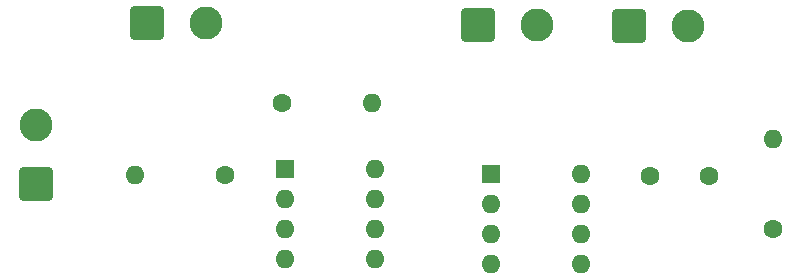
<source format=gbr>
%TF.GenerationSoftware,KiCad,Pcbnew,8.0.8*%
%TF.CreationDate,2025-04-04T11:38:52+02:00*%
%TF.ProjectId,Mise a niveau signal,4d697365-2061-4206-9e69-766561752073,rev?*%
%TF.SameCoordinates,Original*%
%TF.FileFunction,Copper,L1,Top*%
%TF.FilePolarity,Positive*%
%FSLAX46Y46*%
G04 Gerber Fmt 4.6, Leading zero omitted, Abs format (unit mm)*
G04 Created by KiCad (PCBNEW 8.0.8) date 2025-04-04 11:38:52*
%MOMM*%
%LPD*%
G01*
G04 APERTURE LIST*
G04 Aperture macros list*
%AMRoundRect*
0 Rectangle with rounded corners*
0 $1 Rounding radius*
0 $2 $3 $4 $5 $6 $7 $8 $9 X,Y pos of 4 corners*
0 Add a 4 corners polygon primitive as box body*
4,1,4,$2,$3,$4,$5,$6,$7,$8,$9,$2,$3,0*
0 Add four circle primitives for the rounded corners*
1,1,$1+$1,$2,$3*
1,1,$1+$1,$4,$5*
1,1,$1+$1,$6,$7*
1,1,$1+$1,$8,$9*
0 Add four rect primitives between the rounded corners*
20,1,$1+$1,$2,$3,$4,$5,0*
20,1,$1+$1,$4,$5,$6,$7,0*
20,1,$1+$1,$6,$7,$8,$9,0*
20,1,$1+$1,$8,$9,$2,$3,0*%
G04 Aperture macros list end*
%TA.AperFunction,ComponentPad*%
%ADD10RoundRect,0.250001X-1.149999X-1.149999X1.149999X-1.149999X1.149999X1.149999X-1.149999X1.149999X0*%
%TD*%
%TA.AperFunction,ComponentPad*%
%ADD11C,2.800000*%
%TD*%
%TA.AperFunction,ComponentPad*%
%ADD12R,1.600000X1.600000*%
%TD*%
%TA.AperFunction,ComponentPad*%
%ADD13O,1.600000X1.600000*%
%TD*%
%TA.AperFunction,ComponentPad*%
%ADD14C,1.600000*%
%TD*%
%TA.AperFunction,ComponentPad*%
%ADD15RoundRect,0.250001X1.149999X-1.149999X1.149999X1.149999X-1.149999X1.149999X-1.149999X-1.149999X0*%
%TD*%
%TA.AperFunction,Conductor*%
%ADD16C,0.200000*%
%TD*%
G04 APERTURE END LIST*
D10*
%TO.P,J3,1,Pin_1*%
%TO.N,Earth*%
X119866400Y-50647600D03*
D11*
%TO.P,J3,2,Pin_2*%
%TO.N,Net-(J3-Pin_2)*%
X124866400Y-50647600D03*
%TD*%
D12*
%TO.P,U2,1,NULL*%
%TO.N,unconnected-(U2-NULL-Pad1)*%
X108180000Y-63180000D03*
D13*
%TO.P,U2,2,-*%
%TO.N,Net-(U2--)*%
X108180000Y-65720000D03*
%TO.P,U2,3,+*%
%TO.N,Net-(U2-+)*%
X108180000Y-68260000D03*
%TO.P,U2,4,V-*%
%TO.N,-5V*%
X108180000Y-70800000D03*
%TO.P,U2,5,NULL*%
%TO.N,unconnected-(U2-NULL-Pad5)*%
X115800000Y-70800000D03*
%TO.P,U2,6*%
%TO.N,Net-(U2--)*%
X115800000Y-68260000D03*
%TO.P,U2,7,V+*%
%TO.N,+5V*%
X115800000Y-65720000D03*
%TO.P,U2,8,NC*%
%TO.N,unconnected-(U2-NC-Pad8)*%
X115800000Y-63180000D03*
%TD*%
D14*
%TO.P,R3,1*%
%TO.N,Earth*%
X132020000Y-67860000D03*
D13*
%TO.P,R3,2*%
%TO.N,Net-(J3-Pin_2)*%
X132020000Y-60240000D03*
%TD*%
D14*
%TO.P,C1,1*%
%TO.N,Net-(U2--)*%
X121590000Y-63370000D03*
%TO.P,C1,2*%
%TO.N,Net-(J3-Pin_2)*%
X126590000Y-63370000D03*
%TD*%
D11*
%TO.P,J4,2,Pin_2*%
%TO.N,-5V*%
X84020000Y-50420000D03*
D10*
%TO.P,J4,1,Pin_1*%
%TO.N,Earth*%
X79020000Y-50420000D03*
%TD*%
D14*
%TO.P,R1,1*%
%TO.N,Net-(U1--)*%
X85598000Y-63246000D03*
D13*
%TO.P,R1,2*%
%TO.N,Net-(J1-Pin_2)*%
X77978000Y-63246000D03*
%TD*%
D12*
%TO.P,U1,1,NULL*%
%TO.N,unconnected-(U1-NULL-Pad1)*%
X90678000Y-62738000D03*
D13*
%TO.P,U1,2,-*%
%TO.N,Net-(U1--)*%
X90678000Y-65278000D03*
%TO.P,U1,3,+*%
%TO.N,Earth*%
X90678000Y-67818000D03*
%TO.P,U1,4,V-*%
%TO.N,-5V*%
X90678000Y-70358000D03*
%TO.P,U1,5,NULL*%
%TO.N,unconnected-(U1-NULL-Pad5)*%
X98298000Y-70358000D03*
%TO.P,U1,6*%
%TO.N,Net-(U2-+)*%
X98298000Y-67818000D03*
%TO.P,U1,7,V+*%
%TO.N,+5V*%
X98298000Y-65278000D03*
%TO.P,U1,8,NC*%
%TO.N,unconnected-(U1-NC-Pad8)*%
X98298000Y-62738000D03*
%TD*%
D10*
%TO.P,J2,1,Pin_1*%
%TO.N,Earth*%
X107014000Y-50546000D03*
D11*
%TO.P,J2,2,Pin_2*%
%TO.N,+5V*%
X112014000Y-50546000D03*
%TD*%
D15*
%TO.P,J1,1,Pin_1*%
%TO.N,Earth*%
X69596000Y-64008000D03*
D11*
%TO.P,J1,2,Pin_2*%
%TO.N,Net-(J1-Pin_2)*%
X69596000Y-59008000D03*
%TD*%
D14*
%TO.P,R2,1*%
%TO.N,Net-(U1--)*%
X90424000Y-57150000D03*
D13*
%TO.P,R2,2*%
%TO.N,Net-(U2-+)*%
X98044000Y-57150000D03*
%TD*%
D16*
%TO.N,Net-(J1-Pin_2)*%
X77804000Y-63326000D02*
X77978000Y-63500000D01*
%TD*%
M02*

</source>
